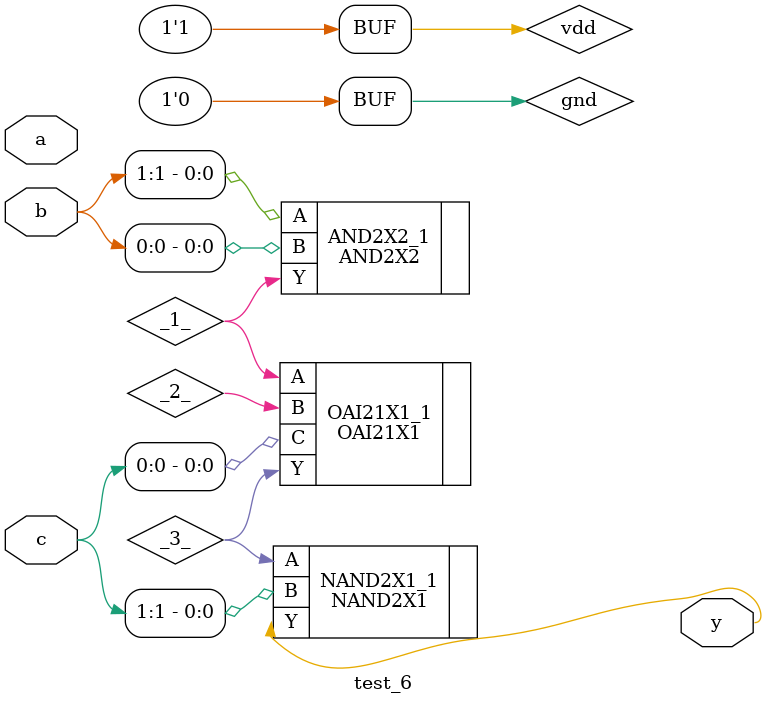
<source format=v>
module test_6 (a, b, c, y);

input [1:0] a;
input [1:0] b;
input [1:0] c;
output y;

wire vdd = 1'b1;
wire gnd = 1'b0;

NOR2X1 NOR2X1_1 ( .A(a[1]), .B(a[0]), .Y(_0_) );
AND2X2 AND2X2_1 ( .A(b[1]), .B(b[0]), .Y(_1_) );
OAI21X1 OAI21X1_1 ( .A(_1_), .B(_2_), .C(c[0]), .Y(_3_) );
NAND2X1 NAND2X1_1 ( .A(_3_), .B(c[1]), .Y(y) );
endmodule


</source>
